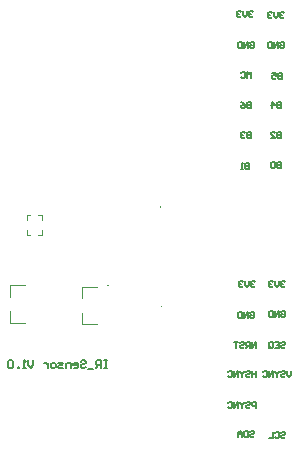
<source format=gbo>
G04*
G04 #@! TF.GenerationSoftware,Altium Limited,Altium Designer,23.8.1 (32)*
G04*
G04 Layer_Color=32896*
%FSLAX44Y44*%
%MOMM*%
G71*
G04*
G04 #@! TF.SameCoordinates,DF38465C-164B-46F8-8289-0D746A6B0DDA*
G04*
G04*
G04 #@! TF.FilePolarity,Positive*
G04*
G01*
G75*
%ADD10C,0.2000*%
%ADD11C,0.1000*%
%ADD21C,0.1016*%
%ADD22C,0.1270*%
%ADD58C,0.1524*%
D10*
X-192456Y176458D02*
G03*
X-192456Y176464I-1000J6D01*
G01*
D11*
X-147916Y243682D02*
G03*
X-147916Y242682I0J-500D01*
G01*
D02*
G03*
X-147916Y243682I0J500D01*
G01*
X-147400Y158327D02*
G03*
X-147400Y159327I0J500D01*
G01*
D02*
G03*
X-147400Y158327I0J-500D01*
G01*
D21*
X-214733Y143920D02*
Y153420D01*
Y165820D02*
Y175320D01*
Y143920D02*
X-201733D01*
X-214733Y175320D02*
X-201733D01*
X-261288Y232352D02*
Y236577D01*
X-258063D01*
X-248388Y232352D02*
Y236577D01*
X-251613D02*
X-248388D01*
Y219677D02*
Y223902D01*
X-251613Y219677D02*
X-248388D01*
X-261288D02*
Y223902D01*
Y219677D02*
X-258063D01*
X-275600Y145284D02*
Y154784D01*
Y167184D02*
Y176684D01*
Y145284D02*
X-262600D01*
X-275600Y176684D02*
X-262600D01*
D22*
X-46880Y381802D02*
X-46034Y382648D01*
X-44341D01*
X-43495Y381802D01*
Y378416D01*
X-44341Y377570D01*
X-46034D01*
X-46880Y378416D01*
Y380109D01*
X-45187D01*
X-48573Y377570D02*
Y382648D01*
X-51958Y377570D01*
Y382648D01*
X-53651D02*
Y377570D01*
X-56191D01*
X-57037Y378416D01*
Y381802D01*
X-56191Y382648D01*
X-53651D01*
X-45338Y356851D02*
Y351773D01*
X-47877D01*
X-48724Y352620D01*
Y353466D01*
X-47877Y354312D01*
X-45338D01*
X-47877D01*
X-48724Y355159D01*
Y356005D01*
X-47877Y356851D01*
X-45338D01*
X-53802D02*
X-50417D01*
Y354312D01*
X-52109Y355159D01*
X-52956D01*
X-53802Y354312D01*
Y352620D01*
X-52956Y351773D01*
X-51263D01*
X-50417Y352620D01*
X-43735Y407168D02*
X-44581Y408014D01*
X-46274D01*
X-47120Y407168D01*
Y406321D01*
X-46274Y405475D01*
X-45428D01*
X-46274D01*
X-47120Y404629D01*
Y403782D01*
X-46274Y402936D01*
X-44581D01*
X-43735Y403782D01*
X-48813Y408014D02*
Y404629D01*
X-50506Y402936D01*
X-52199Y404629D01*
Y408014D01*
X-53892Y407168D02*
X-54738Y408014D01*
X-56431D01*
X-57277Y407168D01*
Y406321D01*
X-56431Y405475D01*
X-55584D01*
X-56431D01*
X-57277Y404629D01*
Y403782D01*
X-56431Y402936D01*
X-54738D01*
X-53892Y403782D01*
X-67263Y123703D02*
Y128781D01*
X-70648Y123703D01*
Y128781D01*
X-72341Y123703D02*
Y128781D01*
X-74880D01*
X-75727Y127935D01*
Y126242D01*
X-74880Y125396D01*
X-72341D01*
X-74034D02*
X-75727Y123703D01*
X-80805Y127935D02*
X-79959Y128781D01*
X-78266D01*
X-77420Y127935D01*
Y127088D01*
X-78266Y126242D01*
X-79959D01*
X-80805Y125396D01*
Y124549D01*
X-79959Y123703D01*
X-78266D01*
X-77420Y124549D01*
X-82498Y128781D02*
X-85884D01*
X-84191D01*
Y123703D01*
X-37180Y103921D02*
Y100536D01*
X-38873Y98843D01*
X-40566Y100536D01*
Y103921D01*
X-45644Y103075D02*
X-44797Y103921D01*
X-43105D01*
X-42258Y103075D01*
Y102228D01*
X-43105Y101382D01*
X-44797D01*
X-45644Y100536D01*
Y99689D01*
X-44797Y98843D01*
X-43105D01*
X-42258Y99689D01*
X-47337Y103921D02*
Y103075D01*
X-49029Y101382D01*
X-50722Y103075D01*
Y103921D01*
X-49029Y101382D02*
Y98843D01*
X-52415D02*
Y103921D01*
X-55800Y98843D01*
Y103921D01*
X-60879Y103075D02*
X-60033Y103921D01*
X-58340D01*
X-57493Y103075D01*
Y99689D01*
X-58340Y98843D01*
X-60033D01*
X-60879Y99689D01*
X-46336Y128301D02*
X-45490Y129147D01*
X-43797D01*
X-42951Y128301D01*
Y127454D01*
X-43797Y126608D01*
X-45490D01*
X-46336Y125761D01*
Y124915D01*
X-45490Y124069D01*
X-43797D01*
X-42951Y124915D01*
X-51415Y129147D02*
X-48029D01*
Y124069D01*
X-51415D01*
X-48029Y126608D02*
X-49722D01*
X-56493Y124915D02*
Y128301D01*
X-55647Y129147D01*
X-53954D01*
X-53108Y128301D01*
Y124915D01*
X-53954Y124069D01*
X-55647D01*
X-54800Y125761D02*
X-56493Y124069D01*
X-55647D02*
X-56493Y124915D01*
X-46061Y153888D02*
X-45214Y154734D01*
X-43522D01*
X-42675Y153888D01*
Y150502D01*
X-43522Y149656D01*
X-45214D01*
X-46061Y150502D01*
Y152195D01*
X-44368D01*
X-47754Y149656D02*
Y154734D01*
X-51139Y149656D01*
Y154734D01*
X-52832D02*
Y149656D01*
X-55371D01*
X-56217Y150502D01*
Y153888D01*
X-55371Y154734D01*
X-52832D01*
X-66861Y72929D02*
Y78007D01*
X-69400D01*
X-70246Y77161D01*
Y75468D01*
X-69400Y74622D01*
X-66861D01*
X-75325Y77161D02*
X-74478Y78007D01*
X-72785D01*
X-71939Y77161D01*
Y76314D01*
X-72785Y75468D01*
X-74478D01*
X-75325Y74622D01*
Y73775D01*
X-74478Y72929D01*
X-72785D01*
X-71939Y73775D01*
X-77017Y78007D02*
Y77161D01*
X-78710Y75468D01*
X-80403Y77161D01*
Y78007D01*
X-78710Y75468D02*
Y72929D01*
X-82096D02*
Y78007D01*
X-85481Y72929D01*
Y78007D01*
X-90560Y77161D02*
X-89713Y78007D01*
X-88020D01*
X-87174Y77161D01*
Y73775D01*
X-88020Y72929D01*
X-89713D01*
X-90560Y73775D01*
X-72066Y52258D02*
X-71220Y53104D01*
X-69527D01*
X-68681Y52258D01*
Y51412D01*
X-69527Y50565D01*
X-71220D01*
X-72066Y49719D01*
Y48872D01*
X-71220Y48026D01*
X-69527D01*
X-68681Y48872D01*
X-73759Y53104D02*
Y48026D01*
X-76298D01*
X-77144Y48872D01*
Y52258D01*
X-76298Y53104D01*
X-73759D01*
X-78837Y48026D02*
Y51412D01*
X-80530Y53104D01*
X-82223Y51412D01*
Y48026D01*
Y50565D01*
X-78837D01*
X-72602Y153167D02*
X-71756Y154013D01*
X-70063D01*
X-69216Y153167D01*
Y149782D01*
X-70063Y148935D01*
X-71756D01*
X-72602Y149782D01*
Y151474D01*
X-70909D01*
X-74295Y148935D02*
Y154013D01*
X-77680Y148935D01*
Y154013D01*
X-79373D02*
Y148935D01*
X-81912D01*
X-82759Y149782D01*
Y153167D01*
X-81912Y154013D01*
X-79373D01*
X-46243Y52104D02*
X-45397Y52951D01*
X-43704D01*
X-42858Y52104D01*
Y51258D01*
X-43704Y50412D01*
X-45397D01*
X-46243Y49565D01*
Y48719D01*
X-45397Y47872D01*
X-43704D01*
X-42858Y48719D01*
X-51322Y52104D02*
X-50475Y52951D01*
X-48782D01*
X-47936Y52104D01*
Y48719D01*
X-48782Y47872D01*
X-50475D01*
X-51322Y48719D01*
X-53014Y52951D02*
Y47872D01*
X-56400D01*
X-46006Y281113D02*
Y276035D01*
X-48545D01*
X-49392Y276881D01*
Y277728D01*
X-48545Y278574D01*
X-46006D01*
X-48545D01*
X-49392Y279420D01*
Y280267D01*
X-48545Y281113D01*
X-46006D01*
X-51084Y280267D02*
X-51931Y281113D01*
X-53624D01*
X-54470Y280267D01*
Y276881D01*
X-53624Y276035D01*
X-51931D01*
X-51084Y276881D01*
Y280267D01*
X-45641Y306577D02*
Y301499D01*
X-48180D01*
X-49027Y302345D01*
Y303192D01*
X-48180Y304038D01*
X-45641D01*
X-48180D01*
X-49027Y304884D01*
Y305731D01*
X-48180Y306577D01*
X-45641D01*
X-54105Y301499D02*
X-50719D01*
X-54105Y304884D01*
Y305731D01*
X-53259Y306577D01*
X-51566D01*
X-50719Y305731D01*
X-72432Y382012D02*
X-71585Y382858D01*
X-69893D01*
X-69046Y382012D01*
Y378626D01*
X-69893Y377780D01*
X-71585D01*
X-72432Y378626D01*
Y380319D01*
X-70739D01*
X-74125Y377780D02*
Y382858D01*
X-77510Y377780D01*
Y382858D01*
X-79203D02*
Y377780D01*
X-81742D01*
X-82589Y378626D01*
Y382012D01*
X-81742Y382858D01*
X-79203D01*
X-69540Y407753D02*
X-70386Y408600D01*
X-72079D01*
X-72925Y407753D01*
Y406907D01*
X-72079Y406061D01*
X-71233D01*
X-72079D01*
X-72925Y405214D01*
Y404368D01*
X-72079Y403521D01*
X-70386D01*
X-69540Y404368D01*
X-74618Y408600D02*
Y405214D01*
X-76311Y403521D01*
X-78004Y405214D01*
Y408600D01*
X-79696Y407753D02*
X-80543Y408600D01*
X-82236D01*
X-83082Y407753D01*
Y406907D01*
X-82236Y406061D01*
X-81389D01*
X-82236D01*
X-83082Y405214D01*
Y404368D01*
X-82236Y403521D01*
X-80543D01*
X-79696Y404368D01*
X-45592Y331903D02*
Y326824D01*
X-48131D01*
X-48977Y327671D01*
Y328517D01*
X-48131Y329363D01*
X-45592D01*
X-48131D01*
X-48977Y330210D01*
Y331056D01*
X-48131Y331903D01*
X-45592D01*
X-53209Y326824D02*
Y331903D01*
X-50670Y329363D01*
X-54056D01*
X-42598Y179277D02*
X-43444Y180123D01*
X-45137D01*
X-45983Y179277D01*
Y178431D01*
X-45137Y177584D01*
X-44290D01*
X-45137D01*
X-45983Y176738D01*
Y175891D01*
X-45137Y175045D01*
X-43444D01*
X-42598Y175891D01*
X-47676Y180123D02*
Y176738D01*
X-49369Y175045D01*
X-51062Y176738D01*
Y180123D01*
X-52754Y179277D02*
X-53601Y180123D01*
X-55293D01*
X-56140Y179277D01*
Y178431D01*
X-55293Y177584D01*
X-54447D01*
X-55293D01*
X-56140Y176738D01*
Y175891D01*
X-55293Y175045D01*
X-53601D01*
X-52754Y175891D01*
X-68231Y179289D02*
X-69077Y180135D01*
X-70770D01*
X-71616Y179289D01*
Y178442D01*
X-70770Y177596D01*
X-69923D01*
X-70770D01*
X-71616Y176749D01*
Y175903D01*
X-70770Y175057D01*
X-69077D01*
X-68231Y175903D01*
X-73309Y180135D02*
Y176749D01*
X-75002Y175057D01*
X-76695Y176749D01*
Y180135D01*
X-78387Y179289D02*
X-79234Y180135D01*
X-80927D01*
X-81773Y179289D01*
Y178442D01*
X-80927Y177596D01*
X-80080D01*
X-80927D01*
X-81773Y176749D01*
Y175903D01*
X-80927Y175057D01*
X-79234D01*
X-78387Y175903D01*
X-71656Y352349D02*
Y357427D01*
X-73348Y355735D01*
X-75041Y357427D01*
Y352349D01*
X-80120Y356581D02*
X-79273Y357427D01*
X-77580D01*
X-76734Y356581D01*
Y353195D01*
X-77580Y352349D01*
X-79273D01*
X-80120Y353195D01*
X-73112Y280480D02*
Y275402D01*
X-75651D01*
X-76497Y276248D01*
Y277094D01*
X-75651Y277941D01*
X-73112D01*
X-75651D01*
X-76497Y278787D01*
Y279634D01*
X-75651Y280480D01*
X-73112D01*
X-78190Y275402D02*
X-79883D01*
X-79036D01*
Y280480D01*
X-78190Y279634D01*
X-67361Y104091D02*
Y99012D01*
Y101552D01*
X-70746D01*
Y104091D01*
Y99012D01*
X-75825Y103244D02*
X-74978Y104091D01*
X-73285D01*
X-72439Y103244D01*
Y102398D01*
X-73285Y101552D01*
X-74978D01*
X-75825Y100705D01*
Y99859D01*
X-74978Y99012D01*
X-73285D01*
X-72439Y99859D01*
X-77517Y104091D02*
Y103244D01*
X-79210Y101552D01*
X-80903Y103244D01*
Y104091D01*
X-79210Y101552D02*
Y99012D01*
X-82596D02*
Y104091D01*
X-85981Y99012D01*
Y104091D01*
X-91060Y103244D02*
X-90213Y104091D01*
X-88520D01*
X-87674Y103244D01*
Y99859D01*
X-88520Y99012D01*
X-90213D01*
X-91060Y99859D01*
X-71410Y332320D02*
Y327242D01*
X-73949D01*
X-74795Y328088D01*
Y328935D01*
X-73949Y329781D01*
X-71410D01*
X-73949D01*
X-74795Y330627D01*
Y331474D01*
X-73949Y332320D01*
X-71410D01*
X-79874D02*
X-78181Y331474D01*
X-76488Y329781D01*
Y328088D01*
X-77334Y327242D01*
X-79027D01*
X-79874Y328088D01*
Y328935D01*
X-79027Y329781D01*
X-76488D01*
X-71680Y306453D02*
Y301375D01*
X-74219D01*
X-75065Y302221D01*
Y303068D01*
X-74219Y303914D01*
X-71680D01*
X-74219D01*
X-75065Y304760D01*
Y305607D01*
X-74219Y306453D01*
X-71680D01*
X-76758Y305607D02*
X-77605Y306453D01*
X-79297D01*
X-80144Y305607D01*
Y304760D01*
X-79297Y303914D01*
X-78451D01*
X-79297D01*
X-80144Y303068D01*
Y302221D01*
X-79297Y301375D01*
X-77605D01*
X-76758Y302221D01*
D58*
X-193491Y113309D02*
X-195607D01*
X-194549D01*
Y106961D01*
X-193491D01*
X-195607D01*
X-198781D02*
Y113309D01*
X-201955D01*
X-203013Y112251D01*
Y110135D01*
X-201955Y109077D01*
X-198781D01*
X-200897D02*
X-203013Y106961D01*
X-205129Y105903D02*
X-209361D01*
X-215709Y112251D02*
X-214651Y113309D01*
X-212535D01*
X-211477Y112251D01*
Y111193D01*
X-212535Y110135D01*
X-214651D01*
X-215709Y109077D01*
Y108019D01*
X-214651Y106961D01*
X-212535D01*
X-211477Y108019D01*
X-220999Y106961D02*
X-218883D01*
X-217825Y108019D01*
Y110135D01*
X-218883Y111193D01*
X-220999D01*
X-222057Y110135D01*
Y109077D01*
X-217825D01*
X-224173Y106961D02*
Y111193D01*
X-227347D01*
X-228405Y110135D01*
Y106961D01*
X-230520D02*
X-233694D01*
X-234753Y108019D01*
X-233694Y109077D01*
X-231579D01*
X-230520Y110135D01*
X-231579Y111193D01*
X-234753D01*
X-237927Y106961D02*
X-240042D01*
X-241101Y108019D01*
Y110135D01*
X-240042Y111193D01*
X-237927D01*
X-236868Y110135D01*
Y108019D01*
X-237927Y106961D01*
X-243216Y111193D02*
Y106961D01*
Y109077D01*
X-244274Y110135D01*
X-245332Y111193D01*
X-246390D01*
X-255912Y113309D02*
Y109077D01*
X-258028Y106961D01*
X-260144Y109077D01*
Y113309D01*
X-262260Y106961D02*
X-264376D01*
X-263318D01*
Y113309D01*
X-262260Y112251D01*
X-267550Y106961D02*
Y108019D01*
X-268608D01*
Y106961D01*
X-267550D01*
X-272840Y112251D02*
X-273898Y113309D01*
X-276014D01*
X-277072Y112251D01*
Y108019D01*
X-276014Y106961D01*
X-273898D01*
X-272840Y108019D01*
Y112251D01*
M02*

</source>
